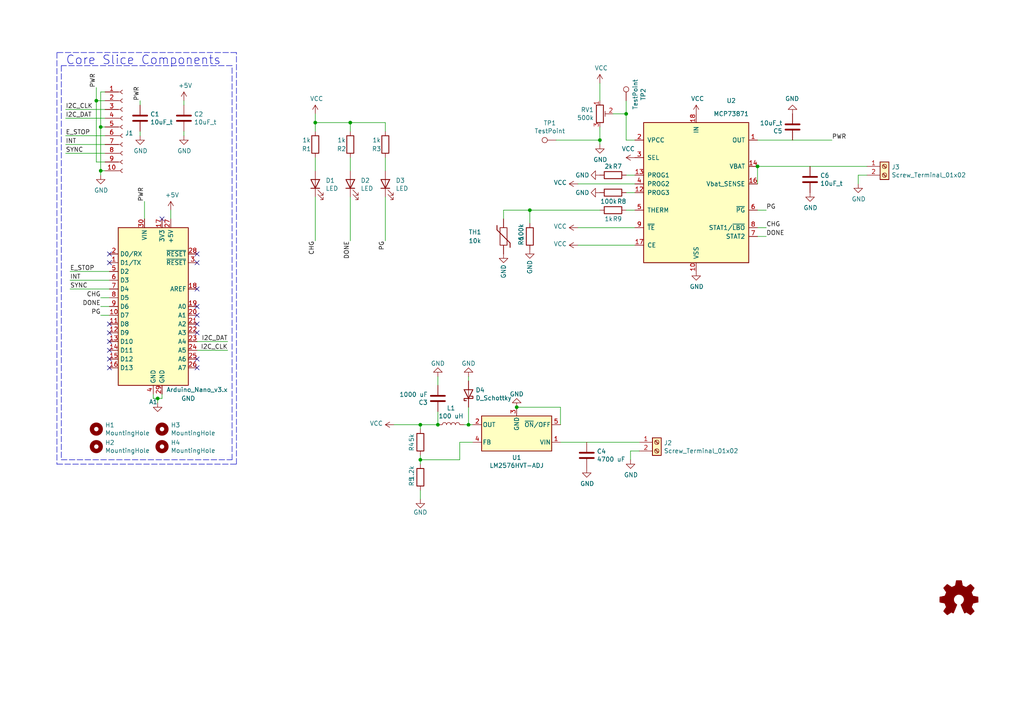
<source format=kicad_sch>
(kicad_sch (version 20231120) (generator "eeschema") (generator_version "8.0")
  (paper "A4")
  (lib_symbols
    (symbol "BREAD_Slice-rescue:+5V-power" (power) (pin_names (offset 0))
      (property "Value" "power_+5V" (at 0 3.556 0))
      (symbol "+5V-power_0_1"
        (polyline (pts (xy -0.762 1.27) (xy 0 2.54)))
        (polyline (pts (xy 0 0) (xy 0 2.54)))
        (polyline (pts (xy 0 2.54) (xy 0.762 1.27)))
      )
      (symbol "+5V-power_1_1"
        (pin power_in line (at 0 0 90) (length 0) hide (name "+5V") (number "1"))
      )
    )
    (symbol "BREAD_Slice-rescue:Conn_01x10_Female-Connector" (pin_names (offset 1.016) hide)
      (property "Reference" "J" (at 0 12.7 0))
      (property "Value" "Connector_Conn_01x10_Female" (at 0 -15.24 0))
      (symbol "Conn_01x10_Female-Connector_1_1"
        (arc (start 0 -12.192) (mid -0.508 -12.7) (end 0 -13.208) (stroke (width 0.1524)))
        (arc (start 0 -9.652) (mid -0.508 -10.16) (end 0 -10.668) (stroke (width 0.1524)))
        (arc (start 0 -7.112) (mid -0.508 -7.62) (end 0 -8.128) (stroke (width 0.1524)))
        (arc (start 0 -4.572) (mid -0.508 -5.08) (end 0 -5.588) (stroke (width 0.1524)))
        (arc (start 0 -2.032) (mid -0.508 -2.54) (end 0 -3.048) (stroke (width 0.1524)))
        (polyline (pts (xy -1.27 -12.7) (xy -0.508 -12.7)) (stroke (width 0.1524)))
        (polyline (pts (xy -1.27 -10.16) (xy -0.508 -10.16)) (stroke (width 0.1524)))
        (polyline (pts (xy -1.27 -7.62) (xy -0.508 -7.62)) (stroke (width 0.1524)))
        (polyline (pts (xy -1.27 -5.08) (xy -0.508 -5.08)) (stroke (width 0.1524)))
        (polyline (pts (xy -1.27 -2.54) (xy -0.508 -2.54)) (stroke (width 0.1524)))
        (polyline (pts (xy -1.27 0) (xy -0.508 0)) (stroke (width 0.1524)))
        (polyline (pts (xy -1.27 2.54) (xy -0.508 2.54)) (stroke (width 0.1524)))
        (polyline (pts (xy -1.27 5.08) (xy -0.508 5.08)) (stroke (width 0.1524)))
        (polyline (pts (xy -1.27 7.62) (xy -0.508 7.62)) (stroke (width 0.1524)))
        (polyline (pts (xy -1.27 10.16) (xy -0.508 10.16)) (stroke (width 0.1524)))
        (arc (start 0 0.508) (mid -0.508 0) (end 0 -0.508) (stroke (width 0.1524)))
        (arc (start 0 3.048) (mid -0.508 2.54) (end 0 2.032) (stroke (width 0.1524)))
        (arc (start 0 5.588) (mid -0.508 5.08) (end 0 4.572) (stroke (width 0.1524)))
        (arc (start 0 8.128) (mid -0.508 7.62) (end 0 7.112) (stroke (width 0.1524)))
        (arc (start 0 10.668) (mid -0.508 10.16) (end 0 9.652) (stroke (width 0.1524)))
        (pin passive line (at -5.08 10.16 0) (length 3.81) (name "Pin_1") (number "1"))
        (pin passive line (at -5.08 -12.7 0) (length 3.81) (name "Pin_10") (number "10"))
        (pin passive line (at -5.08 7.62 0) (length 3.81) (name "Pin_2") (number "2"))
        (pin passive line (at -5.08 5.08 0) (length 3.81) (name "Pin_3") (number "3"))
        (pin passive line (at -5.08 2.54 0) (length 3.81) (name "Pin_4") (number "4"))
        (pin passive line (at -5.08 0 0) (length 3.81) (name "Pin_5") (number "5"))
        (pin passive line (at -5.08 -2.54 0) (length 3.81) (name "Pin_6") (number "6"))
        (pin passive line (at -5.08 -5.08 0) (length 3.81) (name "Pin_7") (number "7"))
        (pin passive line (at -5.08 -7.62 0) (length 3.81) (name "Pin_8") (number "8"))
        (pin passive line (at -5.08 -10.16 0) (length 3.81) (name "Pin_9") (number "9"))
      )
    )
    (symbol "BREAD_Slice-rescue:GND-power" (power) (pin_names (offset 0))
      (property "Value" "power_GND" (at 0 -3.81 0))
      (symbol "GND-power_0_1"
        (polyline (pts (xy 0 0) (xy 0 -1.27) (xy 1.27 -1.27) (xy 0 -2.54) (xy -1.27 -1.27) (xy 0 -1.27)))
      )
      (symbol "GND-power_1_1"
        (pin power_in line (at 0 0 270) (length 0) hide (name "GND") (number "1"))
      )
    )
    (symbol "BREAD_Slice-rescue:MCP73871-Battery_Management" (pin_names (offset 1.016))
      (property "Reference" "U" (at -7.62 24.13 0))
      (property "Value" "Battery_Management_MCP73871" (at -15.24 21.59 0))
      (symbol "MCP73871-Battery_Management_0_1"
        (rectangle (start -15.24 20.32) (end 15.24 -20.32) (stroke (width 0.254)) (fill (type background)))
      )
      (symbol "MCP73871-Battery_Management_1_1"
        (pin power_out line (at 17.78 15.24 180) (length 2.54) (name "OUT") (number "1"))
        (pin power_in line (at 0 -22.86 90) (length 2.54) (name "VSS") (number "10"))
        (pin passive line (at 0 -22.86 90) (length 2.54) hide (name "VSS") (number "11"))
        (pin bidirectional line (at -17.78 0 0) (length 2.54) (name "PROG3") (number "12"))
        (pin bidirectional line (at -17.78 5.08 0) (length 2.54) (name "PROG1") (number "13"))
        (pin power_out line (at 17.78 7.62 180) (length 2.54) (name "VBAT") (number "14"))
        (pin passive line (at 17.78 7.62 180) (length 2.54) hide (name "VBAT") (number "15"))
        (pin input line (at 17.78 2.54 180) (length 2.54) (name "Vbat_SENSE") (number "16"))
        (pin input line (at -17.78 -15.24 0) (length 2.54) (name "CE") (number "17"))
        (pin power_in line (at 0 22.86 270) (length 2.54) (name "IN") (number "18"))
        (pin passive line (at 0 22.86 270) (length 2.54) hide (name "IN") (number "19"))
        (pin input line (at -17.78 15.24 0) (length 2.54) (name "VPCC") (number "2"))
        (pin passive line (at 17.78 15.24 180) (length 2.54) hide (name "OUT") (number "20"))
        (pin passive line (at 0 -22.86 90) (length 2.54) hide (name "VSS") (number "21"))
        (pin input line (at -17.78 10.16 0) (length 2.54) (name "SEL") (number "3"))
        (pin input line (at -17.78 2.54 0) (length 2.54) (name "PROG2") (number "4"))
        (pin bidirectional line (at -17.78 -5.08 0) (length 2.54) (name "THERM") (number "5"))
        (pin open_collector line (at 17.78 -5.08 180) (length 2.54) (name "~{PG}") (number "6"))
        (pin open_collector line (at 17.78 -12.7 180) (length 2.54) (name "STAT2") (number "7"))
        (pin open_collector line (at 17.78 -10.16 180) (length 2.54) (name "STAT1/~{LBO}") (number "8"))
        (pin input line (at -17.78 -10.16 0) (length 2.54) (name "~{TE}") (number "9"))
      )
    )
    (symbol "BREAD_Slice-rescue:R_POT_TRIM-Device" (pin_names (offset 1.016) hide)
      (property "Reference" "RV" (at -4.445 0 90))
      (property "Value" "Device_R_POT_TRIM" (at -2.54 0 90))
      (symbol "R_POT_TRIM-Device_0_1"
        (polyline (pts (xy 1.524 0.762) (xy 1.524 -0.762)))
        (polyline (pts (xy 2.54 0) (xy 1.524 0)))
        (rectangle (start 1.016 2.54) (end -1.016 -2.54) (stroke (width 0.254)))
      )
      (symbol "R_POT_TRIM-Device_1_1"
        (pin passive line (at 0 3.81 270) (length 1.27) (name "1") (number "1"))
        (pin passive line (at 3.81 0 180) (length 1.27) (name "2") (number "2"))
        (pin passive line (at 0 -3.81 90) (length 1.27) (name "3") (number "3"))
      )
    )
    (symbol "BREAD_Slice-rescue:VCC-power" (power) (pin_names (offset 0))
      (property "Value" "power_VCC" (at 0 3.81 0))
      (symbol "VCC-power_0_1"
        (polyline (pts (xy -0.762 1.27) (xy 0 2.54)))
        (polyline (pts (xy 0 0) (xy 0 2.54)))
        (polyline (pts (xy 0 2.54) (xy 0.762 1.27)))
      )
      (symbol "VCC-power_1_1"
        (pin power_in line (at 0 0 90) (length 0) hide (name "VCC") (number "1"))
      )
    )
    (symbol "Connector:Screw_Terminal_01x02" (pin_names (offset 1.016) hide)
      (property "Reference" "J" (at 0 2.54 0))
      (property "Value" "Screw_Terminal_01x02" (at 0 -5.08 0))
      (symbol "Screw_Terminal_01x02_1_1"
        (rectangle (start -1.27 1.27) (end 1.27 -3.81) (stroke (width 0.254)) (fill (type background)))
        (circle (center 0 -2.54) (radius 0.635) (stroke (width 0.1524)))
        (polyline (pts (xy -0.5334 -2.2098) (xy 0.3302 -3.048)) (stroke (width 0.1524)))
        (polyline (pts (xy -0.5334 0.3302) (xy 0.3302 -0.508)) (stroke (width 0.1524)))
        (polyline (pts (xy -0.3556 -2.032) (xy 0.508 -2.8702)) (stroke (width 0.1524)))
        (polyline (pts (xy -0.3556 0.508) (xy 0.508 -0.3302)) (stroke (width 0.1524)))
        (circle (center 0 0) (radius 0.635) (stroke (width 0.1524)))
        (pin passive line (at -5.08 0 0) (length 3.81) (name "Pin_1") (number "1"))
        (pin passive line (at -5.08 -2.54 0) (length 3.81) (name "Pin_2") (number "2"))
      )
    )
    (symbol "Connector:TestPoint" (pin_numbers hide) (pin_names (offset 0.762) hide)
      (property "Reference" "TP" (at 0 6.858 0))
      (property "Value" "TestPoint" (at 0 5.08 0))
      (symbol "TestPoint_0_1"
        (circle (center 0 3.302) (radius 0.762))
      )
      (symbol "TestPoint_1_1"
        (pin passive line (at 0 0 90) (length 2.54) (name "1") (number "1"))
      )
    )
    (symbol "Device:C" (pin_numbers hide) (pin_names (offset 0.254))
      (property "Reference" "C" (at 0.635 2.54 0))
      (property "Value" "C" (at 0.635 -2.54 0))
      (symbol "C_0_1"
        (polyline (pts (xy -2.032 -0.762) (xy 2.032 -0.762)) (stroke (width 0.508)))
        (polyline (pts (xy -2.032 0.762) (xy 2.032 0.762)) (stroke (width 0.508)))
      )
      (symbol "C_1_1"
        (pin passive line (at 0 3.81 270) (length 2.794) (name "~") (number "1"))
        (pin passive line (at 0 -3.81 90) (length 2.794) (name "~") (number "2"))
      )
    )
    (symbol "Device:D_Schottky" (pin_numbers hide) (pin_names (offset 1.016) hide)
      (property "Reference" "D" (at 0 2.54 0))
      (property "Value" "D_Schottky" (at 0 -2.54 0))
      (symbol "D_Schottky_0_1"
        (polyline (pts (xy 1.27 0) (xy -1.27 0)))
        (polyline (pts (xy 1.27 1.27) (xy 1.27 -1.27) (xy -1.27 0) (xy 1.27 1.27)) (stroke (width 0.254)))
        (polyline (pts (xy -1.905 0.635) (xy -1.905 1.27) (xy -1.27 1.27) (xy -1.27 -1.27) (xy -0.635 -1.27) (xy -0.635 -0.635)) (stroke (width 0.254)))
      )
      (symbol "D_Schottky_1_1"
        (pin passive line (at -3.81 0 0) (length 2.54) (name "K") (number "1"))
        (pin passive line (at 3.81 0 180) (length 2.54) (name "A") (number "2"))
      )
    )
    (symbol "Device:L" (pin_numbers hide) (pin_names (offset 1.016) hide)
      (property "Reference" "L" (at -1.27 0 90))
      (property "Value" "L" (at 1.905 0 90))
      (symbol "L_0_1"
        (arc (start 0 -2.54) (mid 0.6323 -1.905) (end 0 -1.27))
        (arc (start 0 -1.27) (mid 0.6323 -0.635) (end 0 0))
        (arc (start 0 0) (mid 0.6323 0.635) (end 0 1.27))
        (arc (start 0 1.27) (mid 0.6323 1.905) (end 0 2.54))
      )
      (symbol "L_1_1"
        (pin passive line (at 0 3.81 270) (length 1.27) (name "1") (number "1"))
        (pin passive line (at 0 -3.81 90) (length 1.27) (name "2") (number "2"))
      )
    )
    (symbol "Device:LED" (pin_numbers hide) (pin_names (offset 1.016) hide)
      (property "Reference" "D" (at 0 2.54 0))
      (property "Value" "LED" (at 0 -2.54 0))
      (symbol "LED_0_1"
        (polyline (pts (xy -1.27 -1.27) (xy -1.27 1.27)) (stroke (width 0.254)))
        (polyline (pts (xy -1.27 0) (xy 1.27 0)))
        (polyline (pts (xy 1.27 -1.27) (xy 1.27 1.27) (xy -1.27 0) (xy 1.27 -1.27)) (stroke (width 0.254)))
        (polyline (pts (xy -3.048 -0.762) (xy -4.572 -2.286) (xy -3.81 -2.286) (xy -4.572 -2.286) (xy -4.572 -1.524)))
        (polyline (pts (xy -1.778 -0.762) (xy -3.302 -2.286) (xy -2.54 -2.286) (xy -3.302 -2.286) (xy -3.302 -1.524)))
      )
      (symbol "LED_1_1"
        (pin passive line (at -3.81 0 0) (length 2.54) (name "K") (number "1"))
        (pin passive line (at 3.81 0 180) (length 2.54) (name "A") (number "2"))
      )
    )
    (symbol "Device:R" (pin_numbers hide) (pin_names (offset 0))
      (property "Reference" "R" (at 2.032 0 90))
      (property "Value" "R" (at 0 0 90))
      (symbol "R_0_1"
        (rectangle (start -1.016 -2.54) (end 1.016 2.54) (stroke (width 0.254)))
      )
      (symbol "R_1_1"
        (pin passive line (at 0 3.81 270) (length 1.27) (name "~") (number "1"))
        (pin passive line (at 0 -3.81 90) (length 1.27) (name "~") (number "2"))
      )
    )
    (symbol "Device:Thermistor" (pin_numbers hide) (pin_names (offset 0))
      (property "Reference" "TH" (at 2.54 1.27 90))
      (property "Value" "Thermistor" (at -2.54 0 90))
      (symbol "Thermistor_0_1"
        (rectangle (start -1.016 2.54) (end 1.016 -2.54) (stroke (width 0.2032)))
        (polyline (pts (xy -1.905 3.175) (xy -1.905 1.905) (xy 1.905 -1.905) (xy 1.905 -3.175) (xy 1.905 -3.175)) (stroke (width 0.254)))
      )
      (symbol "Thermistor_1_1"
        (pin passive line (at 0 5.08 270) (length 2.54) (name "~") (number "1"))
        (pin passive line (at 0 -5.08 90) (length 2.54) (name "~") (number "2"))
      )
    )
    (symbol "Graphic:Logo_Open_Hardware_Small" (in_bom no) (on_board no)
      (symbol "Logo_Open_Hardware_Small_0_1"
        (polyline (pts (xy 3.3528 -4.3434) (xy 3.302 -4.318) (xy 3.175 -4.2418) (xy 2.9972 -4.1148) (xy 2.7686 -3.9624) (xy 2.54 -3.81) (xy 2.3622 -3.7084) (xy 2.2352 -3.6068) (xy 2.1844 -3.5814) (xy 2.159 -3.6068) (xy 2.0574 -3.6576) (xy 1.905 -3.7338) (xy 1.8034 -3.7846) (xy 1.6764 -3.8354) (xy 1.6002 -3.8354) (xy 1.6002 -3.8354) (xy 1.5494 -3.7338) (xy 1.4732 -3.5306) (xy 1.3462 -3.302) (xy 1.2446 -3.0226) (xy 1.1176 -2.7178) (xy 0.9652 -2.413) (xy 0.8636 -2.1082) (xy 0.7366 -1.8288) (xy 0.6604 -1.6256) (xy 0.6096 -1.4732) (xy 0.5842 -1.397) (xy 0.5842 -1.397) (xy 0.6604 -1.3208) (xy 0.7874 -1.2446) (xy 1.0414 -1.016) (xy 1.2954 -0.6858) (xy 1.4478 -0.3302) (xy 1.524 0.0762) (xy 1.4732 0.4572) (xy 1.3208 0.8128) (xy 1.0668 1.143) (xy 0.762 1.3716) (xy 0.4064 1.524) (xy 0 1.5748) (xy -0.381 1.5494) (xy -0.7366 1.397) (xy -1.0668 1.143) (xy -1.2192 0.9906) (xy -1.397 0.6604) (xy -1.524 0.3048) (xy -1.524 0.2286) (xy -1.4986 -0.1778) (xy -1.397 -0.5334) (xy -1.1938 -0.8636) (xy -0.9144 -1.143) (xy -0.8636 -1.1684) (xy -0.7366 -1.27) (xy -0.635 -1.3462) (xy -0.5842 -1.397) (xy -1.0668 -2.5908) (xy -1.143 -2.794) (xy -1.2954 -3.1242) (xy -1.397 -3.4036) (xy -1.4986 -3.6322) (xy -1.5748 -3.7846) (xy -1.6002 -3.8354) (xy -1.6002 -3.8354) (xy -1.651 -3.8354) (xy -1.7272 -3.81) (xy -1.905 -3.7338) (xy -2.0066 -3.683) (xy -2.1336 -3.6068) (xy -2.2098 -3.5814) (xy -2.2606 -3.6068) (xy -2.3622 -3.683) (xy -2.54 -3.81) (xy -2.7686 -3.9624) (xy -2.9718 -4.0894) (xy -3.1496 -4.2164) (xy -3.302 -4.318) (xy -3.3528 -4.3434) (xy -3.3782 -4.3434) (xy -3.429 -4.318) (xy -3.5306 -4.2164) (xy -3.7084 -4.064) (xy -3.937 -3.8354) (xy -3.9624 -3.81) (xy -4.1656 -3.6068) (xy -4.318 -3.4544) (xy -4.4196 -3.3274) (xy -4.445 -3.2766) (xy -4.445 -3.2766) (xy -4.4196 -3.2258) (xy -4.318 -3.0734) (xy -4.2164 -2.8956) (xy -4.064 -2.667) (xy -3.6576 -2.0828) (xy -3.8862 -1.5494) (xy -3.937 -1.3716) (xy -4.0386 -1.1684) (xy -4.0894 -1.0414) (xy -4.1148 -0.9652) (xy -4.191 -0.9398) (xy -4.318 -0.9144) (xy -4.5466 -0.8636) (xy -4.8006 -0.8128) (xy -5.0546 -0.7874) (xy -5.2578 -0.7366) (xy -5.4356 -0.7112) (xy -5.5118 -0.6858) (xy -5.5118 -0.6858) (xy -5.5372 -0.635) (xy -5.5372 -0.5588) (xy -5.5372 -0.4318) (xy -5.5626 -0.2286) (xy -5.5626 0.0762) (xy -5.5626 0.127) (xy -5.5372 0.4064) (xy -5.5372 0.635) (xy -5.5372 0.762) (xy -5.5372 0.8382) (xy -5.5372 0.8382) (xy -5.461 0.8382) (xy -5.3086 0.889) (xy -5.08 0.9144) (xy -4.826 0.9652) (xy -4.8006 0.9906) (xy -4.5466 1.0414) (xy -4.318 1.0668) (xy -4.1656 1.1176) (xy -4.0894 1.143) (xy -4.0894 1.143) (xy -4.0386 1.2446) (xy -3.9624 1.4224) (xy -3.8608 1.6256) (xy -3.7846 1.8288) (xy -3.7084 2.0066) (xy -3.6576 2.159) (xy -3.6322 2.2098) (xy -3.6322 2.2098) (xy -3.683 2.286) (xy -3.7592 2.413) (xy -3.8862 2.5908) (xy -4.064 2.8194) (xy -4.064 2.8448) (xy -4.2164 3.0734) (xy -4.3434 3.2512) (xy -4.4196 3.3782) (xy -4.445 3.4544) (xy -4.445 3.4544) (xy -4.3942 3.5052) (xy -4.2926 3.6322) (xy -4.1148 3.81) (xy -3.937 4.0132) (xy -3.8608 4.064) (xy -3.6576 4.2926) (xy -3.5052 4.4196) (xy -3.4036 4.4958) (xy -3.3528 4.5212) (xy -3.3528 4.5212) (xy -3.302 4.4704) (xy -3.1496 4.3688) (xy -2.9718 4.2418) (xy -2.7432 4.0894) (xy -2.7178 4.0894) (xy -2.4892 3.937) (xy -2.3114 3.81) (xy -2.1844 3.7084) (xy -2.1336 3.683) (xy -2.1082 3.683) (xy -2.032 3.7084) (xy -1.8542 3.7592) (xy -1.6764 3.8354) (xy -1.4732 3.937) (xy -1.27 4.0132) (xy -1.143 4.064) (xy -1.0668 4.1148) (xy -1.0668 4.1148) (xy -1.0414 4.191) (xy -1.016 4.3434) (xy -0.9652 4.572) (xy -0.9144 4.8514) (xy -0.889 4.9022) (xy -0.8382 5.1562) (xy -0.8128 5.3848) (xy -0.7874 5.5372) (xy -0.762 5.588) (xy -0.7112 5.6134) (xy -0.5842 5.6134) (xy -0.4064 5.6134) (xy -0.1524 5.6134) (xy 0.0762 5.6134) (xy 0.3302 5.6134) (xy 0.5334 5.6134) (xy 0.6858 5.588) (xy 0.7366 5.588) (xy 0.7366 5.588) (xy 0.762 5.5118) (xy 0.8128 5.334) (xy 0.8382 5.1054) (xy 0.9144 4.826) (xy 0.9144 4.7752) (xy 0.9652 4.5212) (xy 1.016 4.2926) (xy 1.0414 4.1402) (xy 1.0668 4.0894) (xy 1.0668 4.0894) (xy 1.1938 4.0386) (xy 1.3716 3.9624) (xy 1.5748 3.8608) (xy 2.0828 3.6576) (xy 2.7178 4.0894) (xy 2.7686 4.1402) (xy 2.9972 4.2926) (xy 3.175 4.4196) (xy 3.302 4.4958) (xy 3.3782 4.5212) (xy 3.3782 4.5212) (xy 3.429 4.4704) (xy 3.556 4.3434) (xy 3.7338 4.191) (xy 3.9116 3.9878) (xy 4.064 3.8354) (xy 4.2418 3.6576) (xy 4.3434 3.556) (xy 4.4196 3.4798) (xy 4.4196 3.429) (xy 4.4196 3.4036) (xy 4.3942 3.3274) (xy 4.2926 3.2004) (xy 4.1656 2.9972) (xy 4.0132 2.794) (xy 3.8862 2.5908) (xy 3.7592 2.3876) (xy 3.6576 2.2352) (xy 3.6322 2.159) (xy 3.6322 2.1336) (xy 3.683 2.0066) (xy 3.7592 1.8288) (xy 3.8608 1.6002) (xy 4.064 1.1176) (xy 4.3942 1.0414) (xy 4.5974 1.016) (xy 4.8768 0.9652) (xy 5.1308 0.9144) (xy 5.5372 0.8382) (xy 5.5626 -0.6604) (xy 5.4864 -0.6858) (xy 5.4356 -0.6858) (xy 5.2832 -0.7366) (xy 5.0546 -0.762) (xy 4.8006 -0.8128) (xy 4.5974 -0.8636) (xy 4.3688 -0.9144) (xy 4.2164 -0.9398) (xy 4.1402 -0.9398) (xy 4.1148 -0.9652) (xy 4.064 -1.0668) (xy 3.9878 -1.2446) (xy 3.9116 -1.4478) (xy 3.81 -1.651) (xy 3.7338 -1.8542) (xy 3.683 -2.0066) (xy 3.6576 -2.0828) (xy 3.683 -2.1336) (xy 3.7846 -2.2606) (xy 3.8862 -2.4638) (xy 4.0386 -2.667) (xy 4.191 -2.8956) (xy 4.318 -3.0734) (xy 4.3942 -3.2004) (xy 4.445 -3.2766) (xy 4.4196 -3.3274) (xy 4.3434 -3.429) (xy 4.1656 -3.5814) (xy 3.937 -3.8354) (xy 3.8862 -3.8608) (xy 3.683 -4.064) (xy 3.5306 -4.2164) (xy 3.4036 -4.318) (xy 3.3528 -4.3434)) (fill (type outline)))
      )
    )
    (symbol "MCU_Module:Arduino_Nano_v3.x"
      (property "Reference" "A" (at -10.16 23.495 0))
      (property "Value" "Arduino_Nano_v3.x" (at 5.08 -24.13 0))
      (symbol "Arduino_Nano_v3.x_0_1"
        (rectangle (start -10.16 22.86) (end 10.16 -22.86) (stroke (width 0.254)) (fill (type background)))
      )
      (symbol "Arduino_Nano_v3.x_1_1"
        (pin bidirectional line (at -12.7 12.7 0) (length 2.54) (name "D1/TX") (number "1"))
        (pin bidirectional line (at -12.7 -2.54 0) (length 2.54) (name "D7") (number "10"))
        (pin bidirectional line (at -12.7 -5.08 0) (length 2.54) (name "D8") (number "11"))
        (pin bidirectional line (at -12.7 -7.62 0) (length 2.54) (name "D9") (number "12"))
        (pin bidirectional line (at -12.7 -10.16 0) (length 2.54) (name "D10") (number "13"))
        (pin bidirectional line (at -12.7 -12.7 0) (length 2.54) (name "D11") (number "14"))
        (pin bidirectional line (at -12.7 -15.24 0) (length 2.54) (name "D12") (number "15"))
        (pin bidirectional line (at -12.7 -17.78 0) (length 2.54) (name "D13") (number "16"))
        (pin power_out line (at 2.54 25.4 270) (length 2.54) (name "3V3") (number "17"))
        (pin input line (at 12.7 5.08 180) (length 2.54) (name "AREF") (number "18"))
        (pin bidirectional line (at 12.7 0 180) (length 2.54) (name "A0") (number "19"))
        (pin bidirectional line (at -12.7 15.24 0) (length 2.54) (name "D0/RX") (number "2"))
        (pin bidirectional line (at 12.7 -2.54 180) (length 2.54) (name "A1") (number "20"))
        (pin bidirectional line (at 12.7 -5.08 180) (length 2.54) (name "A2") (number "21"))
        (pin bidirectional line (at 12.7 -7.62 180) (length 2.54) (name "A3") (number "22"))
        (pin bidirectional line (at 12.7 -10.16 180) (length 2.54) (name "A4") (number "23"))
        (pin bidirectional line (at 12.7 -12.7 180) (length 2.54) (name "A5") (number "24"))
        (pin bidirectional line (at 12.7 -15.24 180) (length 2.54) (name "A6") (number "25"))
        (pin bidirectional line (at 12.7 -17.78 180) (length 2.54) (name "A7") (number "26"))
        (pin power_out line (at 5.08 25.4 270) (length 2.54) (name "+5V") (number "27"))
        (pin input line (at 12.7 15.24 180) (length 2.54) (name "~{RESET}") (number "28"))
        (pin power_in line (at 2.54 -25.4 90) (length 2.54) (name "GND") (number "29"))
        (pin input line (at 12.7 12.7 180) (length 2.54) (name "~{RESET}") (number "3"))
        (pin power_in line (at -2.54 25.4 270) (length 2.54) (name "VIN") (number "30"))
        (pin power_in line (at 0 -25.4 90) (length 2.54) (name "GND") (number "4"))
        (pin bidirectional line (at -12.7 10.16 0) (length 2.54) (name "D2") (number "5"))
        (pin bidirectional line (at -12.7 7.62 0) (length 2.54) (name "D3") (number "6"))
        (pin bidirectional line (at -12.7 5.08 0) (length 2.54) (name "D4") (number "7"))
        (pin bidirectional line (at -12.7 2.54 0) (length 2.54) (name "D5") (number "8"))
        (pin bidirectional line (at -12.7 0 0) (length 2.54) (name "D6") (number "9"))
      )
    )
    (symbol "Mechanical:MountingHole" (pin_names (offset 1.016)) (exclude_from_sim yes) (in_bom no)
      (property "Reference" "H" (at 0 5.08 0))
      (property "Value" "MountingHole" (at 0 3.175 0))
      (symbol "MountingHole_0_1"
        (circle (center 0 0) (radius 1.27) (stroke (width 1.27)))
      )
    )
    (symbol "Regulator_Switching:LM2576HVT-ADJ" (pin_names (offset 0.254))
      (property "Reference" "U" (at -10.16 6.35 0))
      (property "Value" "LM2576HVT-ADJ" (at 0 6.35 0))
      (symbol "LM2576HVT-ADJ_0_1"
        (rectangle (start -10.16 5.08) (end 10.16 -5.08) (stroke (width 0.254)) (fill (type background)))
      )
      (symbol "LM2576HVT-ADJ_1_1"
        (pin power_in line (at -12.7 2.54 0) (length 2.54) (name "VIN") (number "1"))
        (pin output line (at 12.7 -2.54 180) (length 2.54) (name "OUT") (number "2"))
        (pin power_in line (at 0 -7.62 90) (length 2.54) (name "GND") (number "3"))
        (pin input line (at 12.7 2.54 180) (length 2.54) (name "FB") (number "4"))
        (pin input line (at -12.7 -2.54 0) (length 2.54) (name "~{ON}/OFF") (number "5"))
      )
    )
  )
  (junction (at 135.89 123.19))
  (junction (at 219.71 48.26))
  (junction (at 173.99 40.64))
  (junction (at 29.21 36.83))
  (junction (at 29.21 49.53))
  (junction (at 121.92 133.35))
  (junction (at 91.44 35.56))
  (junction (at 181.61 33.02))
  (junction (at 27.94 29.21))
  (junction (at 153.67 60.96))
  (junction (at 45.72 115.57))
  (junction (at 121.92 123.19))
  (junction (at 149.86 118.11))
  (junction (at 101.6 35.56))
  (junction (at 127 123.19))
  (no_connect (at 57.15 91.44))
  (no_connect (at 31.75 73.66))
  (no_connect (at 57.15 76.2))
  (no_connect (at 31.75 93.98))
  (no_connect (at 57.15 104.14))
  (no_connect (at 31.75 96.52))
  (no_connect (at 31.75 76.2))
  (no_connect (at 46.99 63.5))
  (no_connect (at 57.15 73.66))
  (no_connect (at 57.15 93.98))
  (no_connect (at 57.15 106.68))
  (no_connect (at 57.15 88.9))
  (no_connect (at 57.15 96.52))
  (no_connect (at 31.75 106.68))
  (no_connect (at 57.15 83.82))
  (no_connect (at 31.75 101.6))
  (no_connect (at 31.75 104.14))
  (no_connect (at 31.75 99.06))
  (wire (pts (xy 27.94 25.4) (xy 27.94 29.21)))
  (polyline (pts (xy 67.31 19.05) (xy 17.78 19.05)) (stroke (width 0) (type dash)))
  (wire (pts (xy 219.71 60.96) (xy 222.25 60.96)))
  (wire (pts (xy 29.21 49.53) (xy 29.21 36.83)))
  (wire (pts (xy 173.99 24.13) (xy 173.99 29.21)))
  (polyline (pts (xy 16.51 15.24) (xy 16.51 134.62)) (stroke (width 0) (type dash)))
  (wire (pts (xy 161.29 40.64) (xy 173.99 40.64)))
  (polyline (pts (xy 17.78 133.35) (xy 67.31 133.35)) (stroke (width 0) (type dash)))
  (wire (pts (xy 111.76 45.72) (xy 111.76 49.53)))
  (wire (pts (xy 27.94 46.99) (xy 27.94 29.21)))
  (polyline (pts (xy 68.58 15.24) (xy 16.51 15.24)) (stroke (width 0) (type dash)))
  (wire (pts (xy 91.44 57.15) (xy 91.44 69.85)))
  (wire (pts (xy 20.32 83.82) (xy 31.75 83.82)))
  (polyline (pts (xy 67.31 133.35) (xy 67.31 19.05)) (stroke (width 0) (type dash)))
  (wire (pts (xy 135.89 123.19) (xy 134.62 123.19)))
  (wire (pts (xy 30.48 36.83) (xy 29.21 36.83)))
  (wire (pts (xy 53.34 30.48) (xy 53.34 29.21)))
  (wire (pts (xy 146.05 63.5) (xy 146.05 60.96)))
  (polyline (pts (xy 68.58 134.62) (xy 68.58 15.24)) (stroke (width 0) (type dash)))
  (wire (pts (xy 181.61 29.21) (xy 181.61 33.02)))
  (wire (pts (xy 30.48 49.53) (xy 29.21 49.53)))
  (wire (pts (xy 111.76 57.15) (xy 111.76 69.85)))
  (wire (pts (xy 182.88 130.81) (xy 182.88 133.35)))
  (wire (pts (xy 19.05 41.91) (xy 30.48 41.91)))
  (wire (pts (xy 219.71 66.04) (xy 222.25 66.04)))
  (wire (pts (xy 121.92 133.35) (xy 121.92 134.62)))
  (wire (pts (xy 29.21 86.36) (xy 31.75 86.36)))
  (wire (pts (xy 111.76 35.56) (xy 101.6 35.56)))
  (wire (pts (xy 162.56 118.11) (xy 149.86 118.11)))
  (wire (pts (xy 177.8 33.02) (xy 181.61 33.02)))
  (wire (pts (xy 153.67 60.96) (xy 153.67 64.77)))
  (wire (pts (xy 137.16 123.19) (xy 135.89 123.19)))
  (wire (pts (xy 162.56 128.27) (xy 185.42 128.27)))
  (wire (pts (xy 153.67 60.96) (xy 173.99 60.96)))
  (wire (pts (xy 20.32 81.28) (xy 31.75 81.28)))
  (wire (pts (xy 40.64 39.37) (xy 40.64 38.1)))
  (wire (pts (xy 66.04 99.06) (xy 57.15 99.06)))
  (wire (pts (xy 184.15 40.64) (xy 181.61 40.64)))
  (wire (pts (xy 133.35 133.35) (xy 121.92 133.35)))
  (wire (pts (xy 45.72 115.57) (xy 45.72 116.84)))
  (wire (pts (xy 31.75 78.74) (xy 20.32 78.74)))
  (wire (pts (xy 133.35 128.27) (xy 133.35 133.35)))
  (wire (pts (xy 251.46 50.8) (xy 248.92 50.8)))
  (wire (pts (xy 248.92 50.8) (xy 248.92 53.34)))
  (wire (pts (xy 181.61 50.8) (xy 184.15 50.8)))
  (wire (pts (xy 29.21 36.83) (xy 29.21 26.67)))
  (wire (pts (xy 181.61 33.02) (xy 181.61 40.64)))
  (wire (pts (xy 185.42 130.81) (xy 182.88 130.81)))
  (wire (pts (xy 135.89 109.22) (xy 135.89 110.49)))
  (wire (pts (xy 135.89 118.11) (xy 135.89 123.19)))
  (wire (pts (xy 173.99 41.91) (xy 173.99 40.64)))
  (wire (pts (xy 29.21 26.67) (xy 30.48 26.67)))
  (wire (pts (xy 41.91 58.42) (xy 41.91 63.5)))
  (wire (pts (xy 219.71 68.58) (xy 222.25 68.58)))
  (wire (pts (xy 181.61 60.96) (xy 184.15 60.96)))
  (wire (pts (xy 101.6 38.1) (xy 101.6 35.56)))
  (wire (pts (xy 184.15 55.88) (xy 181.61 55.88)))
  (wire (pts (xy 167.64 66.04) (xy 184.15 66.04)))
  (wire (pts (xy 101.6 45.72) (xy 101.6 49.53)))
  (wire (pts (xy 91.44 35.56) (xy 91.44 38.1)))
  (wire (pts (xy 114.3 123.19) (xy 121.92 123.19)))
  (wire (pts (xy 49.53 60.96) (xy 49.53 63.5)))
  (wire (pts (xy 121.92 132.08) (xy 121.92 133.35)))
  (wire (pts (xy 30.48 31.75) (xy 19.05 31.75)))
  (wire (pts (xy 91.44 33.02) (xy 91.44 35.56)))
  (wire (pts (xy 137.16 128.27) (xy 133.35 128.27)))
  (wire (pts (xy 101.6 35.56) (xy 91.44 35.56)))
  (wire (pts (xy 162.56 123.19) (xy 162.56 118.11)))
  (wire (pts (xy 219.71 40.64) (xy 241.3 40.64)))
  (wire (pts (xy 29.21 88.9) (xy 31.75 88.9)))
  (polyline (pts (xy 17.78 19.05) (xy 17.78 133.35)) (stroke (width 0) (type dash)))
  (wire (pts (xy 167.64 71.12) (xy 184.15 71.12)))
  (wire (pts (xy 101.6 57.15) (xy 101.6 69.85)))
  (wire (pts (xy 121.92 123.19) (xy 127 123.19)))
  (wire (pts (xy 29.21 50.8) (xy 29.21 49.53)))
  (wire (pts (xy 30.48 39.37) (xy 19.05 39.37)))
  (wire (pts (xy 111.76 38.1) (xy 111.76 35.56)))
  (wire (pts (xy 27.94 29.21) (xy 30.48 29.21)))
  (wire (pts (xy 46.99 115.57) (xy 46.99 114.3)))
  (wire (pts (xy 91.44 45.72) (xy 91.44 49.53)))
  (wire (pts (xy 146.05 60.96) (xy 153.67 60.96)))
  (wire (pts (xy 173.99 40.64) (xy 173.99 36.83)))
  (wire (pts (xy 53.34 39.37) (xy 53.34 38.1)))
  (wire (pts (xy 40.64 30.48) (xy 40.64 29.21)))
  (wire (pts (xy 57.15 101.6) (xy 66.04 101.6)))
  (wire (pts (xy 219.71 48.26) (xy 251.46 48.26)))
  (wire (pts (xy 19.05 34.29) (xy 30.48 34.29)))
  (wire (pts (xy 29.21 91.44) (xy 31.75 91.44)))
  (wire (pts (xy 121.92 124.46) (xy 121.92 123.19)))
  (wire (pts (xy 167.64 53.34) (xy 184.15 53.34)))
  (wire (pts (xy 19.05 44.45) (xy 30.48 44.45)))
  (wire (pts (xy 44.45 115.57) (xy 45.72 115.57)))
  (wire (pts (xy 45.72 115.57) (xy 46.99 115.57)))
  (wire (pts (xy 121.92 142.24) (xy 121.92 144.78)))
  (wire (pts (xy 127 111.76) (xy 127 109.22)))
  (wire (pts (xy 127 123.19) (xy 127 119.38)))
  (wire (pts (xy 44.45 114.3) (xy 44.45 115.57)))
  (polyline (pts (xy 16.51 134.62) (xy 68.58 134.62)) (stroke (width 0) (type dash)))
  (wire (pts (xy 219.71 48.26) (xy 219.71 53.34)))
  (wire (pts (xy 30.48 46.99) (xy 27.94 46.99)))
  (text "Core Slice Components" (at 19.05 19.05 0) (effects (font (size 2.54 2.54)) (justify left bottom)))
  (label "E_STOP" (at 20.32 78.74 0))
  (label "SYNC" (at 20.32 83.82 0))
  (label "PG" (at 29.21 91.44 180))
  (label "DONE" (at 29.21 88.9 180))
  (label "PG" (at 111.76 69.85 270))
  (label "PWR" (at 241.3 40.64 0))
  (label "SYNC" (at 19.05 44.45 0))
  (label "INT" (at 20.32 81.28 0))
  (label "CHG" (at 222.25 66.04 0))
  (label "INT" (at 19.05 41.91 0))
  (label "E_STOP" (at 19.05 39.37 0))
  (label "I2C_CLK" (at 19.05 31.75 0))
  (label "PWR" (at 27.94 25.4 90))
  (label "I2C_DAT" (at 19.05 34.29 0))
  (label "PG" (at 222.25 60.96 0))
  (label "PWR" (at 40.64 29.21 90))
  (label "DONE" (at 222.25 68.58 0))
  (label "CHG" (at 29.21 86.36 180))
  (label "I2C_CLK" (at 66.04 101.6 180))
  (label "I2C_DAT" (at 66.04 99.06 180))
  (label "PWR" (at 41.91 58.42 90))
  (label "CHG" (at 91.44 69.85 270))
  (label "DONE" (at 101.6 69.85 270))
  (symbol (lib_id "BREAD_Slice-rescue:GND-power") (at 45.72 116.84 0) (unit 1)
    (property "Reference" "#PWR06" (effects (hide yes)))
    (property "Value" "GND" (at 54.61 115.57 0))
  )
  (symbol (lib_id "BREAD_Slice-rescue:+5V-power") (at 49.53 60.96 0) (unit 1)
    (property "Reference" "#PWR07" (effects (hide yes)))
    (property "Value" "+5V" (at 49.911 56.5658 0))
  )
  (symbol (lib_id "Device:C") (at 40.64 34.29 0) (unit 1)
    (property "Reference" "C1" (at 43.561 33.1216 0) (effects (justify left)))
    (property "Value" "10uF_t" (at 43.561 35.433 0) (effects (justify left)))
    (property "Footprint" "OCI_UPL_FOOTPRINTS:C_2312" (effects (hide yes)))
    (property "Description" "Unpolarized capacitor" (effects (hide yes)))
    (property "Part #" "T491C106K025AT" (effects (hide yes)))
    (property "UPL #" "2.021" (effects (hide yes)))
  )
  (symbol (lib_id "BREAD_Slice-rescue:GND-power") (at 40.64 39.37 0) (unit 1)
    (property "Reference" "#PWR04" (effects (hide yes)))
    (property "Value" "GND" (at 40.767 43.7642 0))
  )
  (symbol (lib_id "Mechanical:MountingHole") (at 27.94 124.46 0) (unit 1)
    (property "Reference" "H1" (at 30.48 123.2916 0) (effects (justify left)))
    (property "Value" "MountingHole" (at 30.48 125.603 0) (effects (justify left)))
    (property "Footprint" "MountingHole:MountingHole_3.2mm_M3_DIN965_Pad" (effects (hide yes)))
  )
  (symbol (lib_id "Mechanical:MountingHole") (at 46.99 124.46 0) (unit 1)
    (property "Reference" "H3" (at 49.53 123.2916 0) (effects (justify left)))
    (property "Value" "MountingHole" (at 49.53 125.603 0) (effects (justify left)))
    (property "Footprint" "MountingHole:MountingHole_3.2mm_M3_DIN965_Pad" (effects (hide yes)))
  )
  (symbol (lib_id "Mechanical:MountingHole") (at 27.94 129.54 0) (unit 1)
    (property "Reference" "H2" (at 30.48 128.3716 0) (effects (justify left)))
    (property "Value" "MountingHole" (at 30.48 130.683 0) (effects (justify left)))
    (property "Footprint" "MountingHole:MountingHole_3.2mm_M3_DIN965_Pad" (effects (hide yes)))
  )
  (symbol (lib_id "Mechanical:MountingHole") (at 46.99 129.54 0) (unit 1)
    (property "Reference" "H4" (at 49.53 128.3716 0) (effects (justify left)))
    (property "Value" "MountingHole" (at 49.53 130.683 0) (effects (justify left)))
    (property "Footprint" "MountingHole:MountingHole_3.2mm_M3_DIN965_Pad" (effects (hide yes)))
  )
  (symbol (lib_id "MCU_Module:Arduino_Nano_v3.x") (at 44.45 88.9 0) (unit 1)
    (property "Reference" "A1" (at 44.45 116.5606 0))
    (property "Value" "Arduino_Nano_v3.x" (at 57.15 113.03 0))
    (property "Footprint" "Module:Arduino_Nano" (effects (hide yes)))
    (property "Datasheet" "http://www.mouser.com/pdfdocs/Gravitech_Arduino_Nano3_0.pdf" (effects (hide yes)))
  )
  (symbol (lib_id "Graphic:Logo_Open_Hardware_Small") (at 278.13 173.99 0) (unit 1)
    (property "Reference" "Logo1" (effects (hide yes)))
    (property "Value" "Logo_Open_Hardware_Small" (effects (hide yes)))
    (property "Footprint" "Symbol:OSHW-Symbol_6.7x6mm_SilkScreen" (effects (hide yes)))
  )
  (symbol (lib_id "BREAD_Slice-rescue:Conn_01x10_Female-Connector") (at 35.56 36.83 0) (unit 1)
    (property "Reference" "J1" (at 36.2712 38.608 0) (effects (justify left)))
    (property "Value" "Conn_01x10_Female" (effects (hide yes)))
    (property "Footprint" "Connector_PinSocket_2.54mm:PinSocket_1x10_P2.54mm_Horizontal" (effects (hide yes)))
  )
  (symbol (lib_id "BREAD_Slice-rescue:GND-power") (at 29.21 50.8 0) (unit 1)
    (property "Reference" "#PWR02" (effects (hide yes)))
    (property "Value" "GND" (at 29.337 55.1942 0))
  )
  (symbol (lib_id "Device:C") (at 53.34 34.29 0) (unit 1)
    (property "Reference" "C2" (at 56.261 33.1216 0) (effects (justify left)))
    (property "Value" "10uF_t" (at 56.261 35.433 0) (effects (justify left)))
    (property "Footprint" "OCI_UPL_FOOTPRINTS:C_2312" (effects (hide yes)))
    (property "Description" "Unpolarized capacitor" (effects (hide yes)))
    (property "Part #" "T491C106K025AT" (effects (hide yes)))
    (property "UPL #" "2.021" (effects (hide yes)))
  )
  (symbol (lib_id "BREAD_Slice-rescue:GND-power") (at 53.34 39.37 0) (unit 1)
    (property "Reference" "#PWR09" (effects (hide yes)))
    (property "Value" "GND" (at 53.467 43.7642 0))
  )
  (symbol (lib_id "BREAD_Slice-rescue:+5V-power") (at 53.34 29.21 0) (unit 1)
    (property "Reference" "#PWR08" (effects (hide yes)))
    (property "Value" "+5V" (at 53.721 24.8158 0))
  )
  (symbol (lib_id "Connector:Screw_Terminal_01x02") (at 256.54 48.26 0) (unit 1)
    (property "Reference" "J3" (at 258.572 48.4632 0) (effects (justify left)))
    (property "Value" "Screw_Terminal_01x02" (at 258.572 50.7746 0) (effects (justify left)))
    (property "Footprint" "TerminalBlock_TE-Connectivity:TerminalBlock_TE_282834-2_1x02_P2.54mm_Horizontal" (effects (hide yes)))
  )
  (symbol (lib_id "Device:R") (at 177.8 50.8 270) (unit 1)
    (property "Reference" "R7" (at 179.07 48.26 90))
    (property "Value" "2k" (at 176.53 48.26 90))
    (property "Footprint" "OCI_UPL_FOOTPRINTS:R_1206_HandSoldering" (effects (hide yes)))
  )
  (symbol (lib_id "Device:Thermistor") (at 146.05 68.58 180) (unit 1)
    (property "Reference" "TH1" (at 135.89 67.31 0) (effects (justify right)))
    (property "Value" "10k" (at 135.89 69.85 0) (effects (justify right)))
    (property "Footprint" "Resistor_THT:R_Box_L13.0mm_W4.0mm_P9.00mm" (effects (hide yes)))
  )
  (symbol (lib_id "Device:R") (at 177.8 55.88 270) (unit 1)
    (property "Reference" "R8" (at 180.34 58.42 90))
    (property "Value" "100k" (at 176.53 58.42 90))
    (property "Footprint" "OCI_UPL_FOOTPRINTS:R_1206_HandSoldering" (effects (hide yes)))
  )
  (symbol (lib_id "BREAD_Slice-rescue:GND-power") (at 173.99 50.8 270) (unit 1)
    (property "Reference" "#PWR021" (effects (hide yes)))
    (property "Value" "GND" (at 168.91 50.8 90))
  )
  (symbol (lib_id "BREAD_Slice-rescue:GND-power") (at 153.67 72.39 0) (unit 1)
    (property "Reference" "#PWR014" (effects (hide yes)))
    (property "Value" "GND" (at 153.67 77.47 90))
  )
  (symbol (lib_id "Device:R") (at 91.44 41.91 180) (unit 1)
    (property "Reference" "R1" (at 88.9 43.18 0))
    (property "Value" "1k" (at 88.9 40.64 0))
    (property "Footprint" "OCI_UPL_FOOTPRINTS:R_1206_HandSoldering" (effects (hide yes)))
  )
  (symbol (lib_id "BREAD_Slice-rescue:GND-power") (at 173.99 41.91 0) (unit 1)
    (property "Reference" "#PWR020" (effects (hide yes)))
    (property "Value" "GND" (at 174.117 46.3042 0))
  )
  (symbol (lib_id "Device:R") (at 101.6 41.91 180) (unit 1)
    (property "Reference" "R2" (at 99.06 43.18 0))
    (property "Value" "1k" (at 99.06 40.64 0))
    (property "Footprint" "OCI_UPL_FOOTPRINTS:R_1206_HandSoldering" (effects (hide yes)))
  )
  (symbol (lib_id "Device:LED") (at 91.44 53.34 90) (unit 1)
    (property "Reference" "D1" (at 94.4372 52.3494 90) (effects (justify right)))
    (property "Value" "LED" (at 94.4372 54.6608 90) (effects (justify right)))
    (property "Footprint" "OCI_UPL_FOOTPRINTS:LED-5MM" (effects (hide yes)))
  )
  (symbol (lib_id "Device:LED") (at 101.6 53.34 90) (unit 1)
    (property "Reference" "D2" (at 104.5972 52.3494 90) (effects (justify right)))
    (property "Value" "LED" (at 104.5972 54.6608 90) (effects (justify right)))
    (property "Footprint" "OCI_UPL_FOOTPRINTS:LED-5MM" (effects (hide yes)))
  )
  (symbol (lib_id "Device:R") (at 111.76 41.91 180) (unit 1)
    (property "Reference" "R3" (at 109.22 43.18 0))
    (property "Value" "1k" (at 109.22 40.64 0))
    (property "Footprint" "OCI_UPL_FOOTPRINTS:R_1206_HandSoldering" (effects (hide yes)))
  )
  (symbol (lib_id "Device:LED") (at 111.76 53.34 90) (unit 1)
    (property "Reference" "D3" (at 114.7572 52.3494 90) (effects (justify right)))
    (property "Value" "LED" (at 114.7572 54.6608 90) (effects (justify right)))
    (property "Footprint" "OCI_UPL_FOOTPRINTS:LED-5MM" (effects (hide yes)))
  )
  (symbol (lib_id "BREAD_Slice-rescue:MCP73871-Battery_Management") (at 201.93 55.88 0) (unit 1)
    (property "Reference" "U2" (at 212.09 29.21 0))
    (property "Value" "MCP73871" (at 212.09 33.02 0))
    (property "Footprint" "Package_DFN_QFN:QFN-20-1EP_4x4mm_P0.5mm_EP2.5x2.5mm" (effects (hide yes)))
    (property "Datasheet" "http://www.mouser.com/ds/2/268/22090a-52174.pdf" (effects (hide yes)))
  )
  (symbol (lib_id "BREAD_Slice-rescue:GND-power") (at 248.92 53.34 0) (unit 1)
    (property "Reference" "#PWR029" (effects (hide yes)))
    (property "Value" "GND" (at 249.047 57.7342 0))
  )
  (symbol (lib_id "BREAD_Slice-rescue:VCC-power") (at 91.44 33.02 0) (unit 1)
    (property "Reference" "#PWR01" (effects (hide yes)))
    (property "Value" "VCC" (at 91.821 28.6258 0))
  )
  (symbol (lib_id "BREAD_Slice-rescue:VCC-power") (at 173.99 24.13 0) (unit 1)
    (property "Reference" "#PWR019" (effects (hide yes)))
    (property "Value" "VCC" (at 174.371 19.7358 0))
  )
  (symbol (lib_id "BREAD_Slice-rescue:VCC-power") (at 201.93 33.02 0) (unit 1)
    (property "Reference" "#PWR025" (effects (hide yes)))
    (property "Value" "VCC" (at 202.311 28.6258 0))
  )
  (symbol (lib_id "BREAD_Slice-rescue:VCC-power") (at 167.64 53.34 90) (unit 1)
    (property "Reference" "#PWR015" (effects (hide yes)))
    (property "Value" "VCC" (at 164.4142 52.959 90) (effects (justify left)))
  )
  (symbol (lib_id "BREAD_Slice-rescue:VCC-power") (at 167.64 66.04 90) (unit 1)
    (property "Reference" "#PWR016" (effects (hide yes)))
    (property "Value" "VCC" (at 164.4142 65.659 90) (effects (justify left)))
  )
  (symbol (lib_id "BREAD_Slice-rescue:VCC-power") (at 167.64 71.12 90) (unit 1)
    (property "Reference" "#PWR017" (effects (hide yes)))
    (property "Value" "VCC" (at 164.4142 70.739 90) (effects (justify left)))
  )
  (symbol (lib_id "BREAD_Slice-rescue:GND-power") (at 201.93 78.74 0) (unit 1)
    (property "Reference" "#PWR026" (effects (hide yes)))
    (property "Value" "GND" (at 202.057 83.1342 0))
  )
  (symbol (lib_id "Device:C") (at 234.95 52.07 0) (unit 1)
    (property "Reference" "C6" (at 237.871 50.9016 0) (effects (justify left)))
    (property "Value" "10uF_t" (at 237.871 53.213 0) (effects (justify left)))
    (property "Footprint" "OCI_UPL_FOOTPRINTS:C_2312" (effects (hide yes)))
    (property "Description" "Unpolarized capacitor" (effects (hide yes)))
    (property "Part #" "T491C106K025AT" (effects (hide yes)))
    (property "UPL #" "2.021" (effects (hide yes)))
  )
  (symbol (lib_id "Device:C") (at 229.87 36.83 180) (unit 1)
    (property "Reference" "C5" (at 226.949 37.9984 0) (effects (justify left)))
    (property "Value" "10uF_t" (at 226.949 35.687 0) (effects (justify left)))
    (property "Footprint" "OCI_UPL_FOOTPRINTS:C_2312" (effects (hide yes)))
    (property "Description" "Unpolarized capacitor" (effects (hide yes)))
    (property "Part #" "T491C106K025AT" (effects (hide yes)))
    (property "UPL #" "2.021" (effects (hide yes)))
  )
  (symbol (lib_id "BREAD_Slice-rescue:GND-power") (at 234.95 55.88 0) (unit 1)
    (property "Reference" "#PWR028" (effects (hide yes)))
    (property "Value" "GND" (at 235.077 60.2742 0))
  )
  (symbol (lib_id "BREAD_Slice-rescue:GND-power") (at 229.87 33.02 180) (unit 1)
    (property "Reference" "#PWR027" (effects (hide yes)))
    (property "Value" "GND" (at 229.743 28.6258 0))
  )
  (symbol (lib_id "BREAD_Slice-rescue:VCC-power") (at 184.15 45.72 90) (unit 1)
    (property "Reference" "#PWR024" (effects (hide yes)))
    (property "Value" "VCC" (at 184.15 43.18 90) (effects (justify left)))
  )
  (symbol (lib_id "Device:R") (at 177.8 60.96 270) (unit 1)
    (property "Reference" "R9" (at 179.07 63.5 90))
    (property "Value" "1k" (at 176.53 63.5 90))
    (property "Footprint" "OCI_UPL_FOOTPRINTS:R_1206_HandSoldering" (effects (hide yes)))
  )
  (symbol (lib_id "Connector:Screw_Terminal_01x02") (at 190.5 128.27 0) (unit 1)
    (property "Reference" "J2" (at 192.532 128.4732 0) (effects (justify left)))
    (property "Value" "Screw_Terminal_01x02" (at 192.532 130.7846 0) (effects (justify left)))
    (property "Footprint" "TerminalBlock_TE-Connectivity:TerminalBlock_TE_282834-2_1x02_P2.54mm_Horizontal" (effects (hide yes)))
  )
  (symbol (lib_id "BREAD_Slice-rescue:GND-power") (at 182.88 133.35 0) (unit 1)
    (property "Reference" "#PWR023" (effects (hide yes)))
    (property "Value" "GND" (at 183.007 137.7442 0))
  )
  (symbol (lib_id "BREAD_Slice-rescue:VCC-power") (at 114.3 123.19 90) (unit 1)
    (property "Reference" "#PWR03" (effects (hide yes)))
    (property "Value" "VCC" (at 111.0742 122.809 90) (effects (justify left)))
  )
  (symbol (lib_id "Device:R") (at 153.67 68.58 180) (unit 1)
    (property "Reference" "R6" (at 151.13 69.85 90))
    (property "Value" "100k" (at 151.13 67.31 90))
    (property "Footprint" "OCI_UPL_FOOTPRINTS:R_1206_HandSoldering" (effects (hide yes)))
  )
  (symbol (lib_id "BREAD_Slice-rescue:GND-power") (at 146.05 73.66 0) (unit 1)
    (property "Reference" "#PWR012" (effects (hide yes)))
    (property "Value" "GND" (at 146.05 78.74 90))
  )
  (symbol (lib_id "BREAD_Slice-rescue:GND-power") (at 173.99 55.88 270) (unit 1)
    (property "Reference" "#PWR022" (effects (hide yes)))
    (property "Value" "GND" (at 168.91 55.88 90))
  )
  (symbol (lib_id "Device:C") (at 170.18 132.08 0) (unit 1)
    (property "Reference" "C4" (at 173.101 130.9116 0) (effects (justify left)))
    (property "Value" "4700 uF" (at 173.101 133.223 0) (effects (justify left)))
    (property "Footprint" "OCI_UPL_FOOTPRINTS:C_2312" (effects (hide yes)))
    (property "Description" "Unpolarized capacitor" (effects (hide yes)))
    (property "Part #" "T491C106K025AT" (effects (hide yes)))
    (property "UPL #" "2.021" (effects (hide yes)))
  )
  (symbol (lib_id "BREAD_Slice-rescue:GND-power") (at 170.18 135.89 0) (unit 1)
    (property "Reference" "#PWR018" (effects (hide yes)))
    (property "Value" "GND" (at 170.307 140.2842 0))
  )
  (symbol (lib_id "Regulator_Switching:LM2576HVT-ADJ") (at 149.86 125.73 180) (unit 1)
    (property "Reference" "U1" (at 149.86 132.715 0))
    (property "Value" "LM2576HVT-ADJ" (at 149.86 135.0264 0))
    (property "Footprint" "Package_TO_SOT_THT:TO-220-5_Vertical" (effects (hide yes)))
    (property "Datasheet" "http://www.ti.com/lit/ds/symlink/lm2576.pdf" (effects (hide yes)))
  )
  (symbol (lib_id "Device:C") (at 127 115.57 180) (unit 1)
    (property "Reference" "C3" (at 124.079 116.7384 0) (effects (justify left)))
    (property "Value" "1000 uF" (at 124.079 114.427 0) (effects (justify left)))
    (property "Footprint" "OCI_UPL_FOOTPRINTS:C_2312" (effects (hide yes)))
    (property "Description" "Unpolarized capacitor" (effects (hide yes)))
    (property "Part #" "T491C106K025AT" (effects (hide yes)))
    (property "UPL #" "2.021" (effects (hide yes)))
  )
  (symbol (lib_id "Device:R") (at 121.92 128.27 180) (unit 1)
    (property "Reference" "R4" (at 119.38 129.54 90))
    (property "Value" "5k" (at 119.38 127 90))
    (property "Footprint" "OCI_UPL_FOOTPRINTS:R_1206_HandSoldering" (effects (hide yes)))
  )
  (symbol (lib_id "Device:R") (at 121.92 138.43 180) (unit 1)
    (property "Reference" "R5" (at 119.38 139.7 90))
    (property "Value" "1.2k" (at 119.38 137.16 90))
    (property "Footprint" "OCI_UPL_FOOTPRINTS:R_1206_HandSoldering" (effects (hide yes)))
  )
  (symbol (lib_id "BREAD_Slice-rescue:GND-power") (at 149.86 118.11 180) (unit 1)
    (property "Reference" "#PWR013" (effects (hide yes)))
    (property "Value" "GND" (at 149.86 114.3 0))
  )
  (symbol (lib_id "Device:L") (at 130.81 123.19 90) (unit 1)
    (property "Reference" "L1" (at 130.81 118.364 90))
    (property "Value" "100 uH" (at 130.81 120.6754 90))
    (property "Footprint" "Inductor_THT:L_Radial_D12.0mm_P10.00mm_Neosid_SD12k_style1" (effects (hide yes)))
  )
  (symbol (lib_id "BREAD_Slice-rescue:GND-power") (at 121.92 144.78 0) (unit 1)
    (property "Reference" "#PWR05" (effects (hide yes)))
    (property "Value" "GND" (at 121.92 148.59 0))
  )
  (symbol (lib_id "BREAD_Slice-rescue:GND-power") (at 127 109.22 180) (unit 1)
    (property "Reference" "#PWR010" (effects (hide yes)))
    (property "Value" "GND" (at 127 105.41 0))
  )
  (symbol (lib_id "BREAD_Slice-rescue:GND-power") (at 135.89 109.22 180) (unit 1)
    (property "Reference" "#PWR011" (effects (hide yes)))
    (property "Value" "GND" (at 135.89 105.41 0))
  )
  (symbol (lib_id "Device:D_Schottky") (at 135.89 114.3 90) (unit 1)
    (property "Reference" "D4" (at 137.922 113.1316 90) (effects (justify right)))
    (property "Value" "D_Schottky" (at 137.922 115.443 90) (effects (justify right)))
    (property "Footprint" "Diode_THT:D_A-405_P7.62mm_Horizontal" (effects (hide yes)))
  )
  (symbol (lib_id "BREAD_Slice-rescue:R_POT_TRIM-Device") (at 173.99 33.02 0) (unit 1)
    (property "Reference" "RV1" (at 172.2374 31.8516 0) (effects (justify right)))
    (property "Value" "500k" (at 172.2374 34.163 0) (effects (justify right)))
    (property "Footprint" "Potentiometer_THT:Potentiometer_Bourns_3296W_Vertical" (effects (hide yes)))
  )
  (symbol (lib_id "Connector:TestPoint") (at 181.61 29.21 0) (unit 1)
    (property "Reference" "TP2" (at 186.563 27.3812 90))
    (property "Value" "TestPoint" (at 184.2516 27.3812 90))
    (property "Footprint" "TestPoint:TestPoint_Loop_D2.54mm_Drill1.5mm_Beaded" (effects (hide yes)))
  )
  (symbol (lib_id "Connector:TestPoint") (at 161.29 40.64 90) (unit 1)
    (property "Reference" "TP1" (at 159.4612 35.687 90))
    (property "Value" "TestPoint" (at 159.4612 37.9984 90))
    (property "Footprint" "TestPoint:TestPoint_Loop_D2.54mm_Drill1.5mm_Beaded" (effects (hide yes)))
  )
)
</source>
